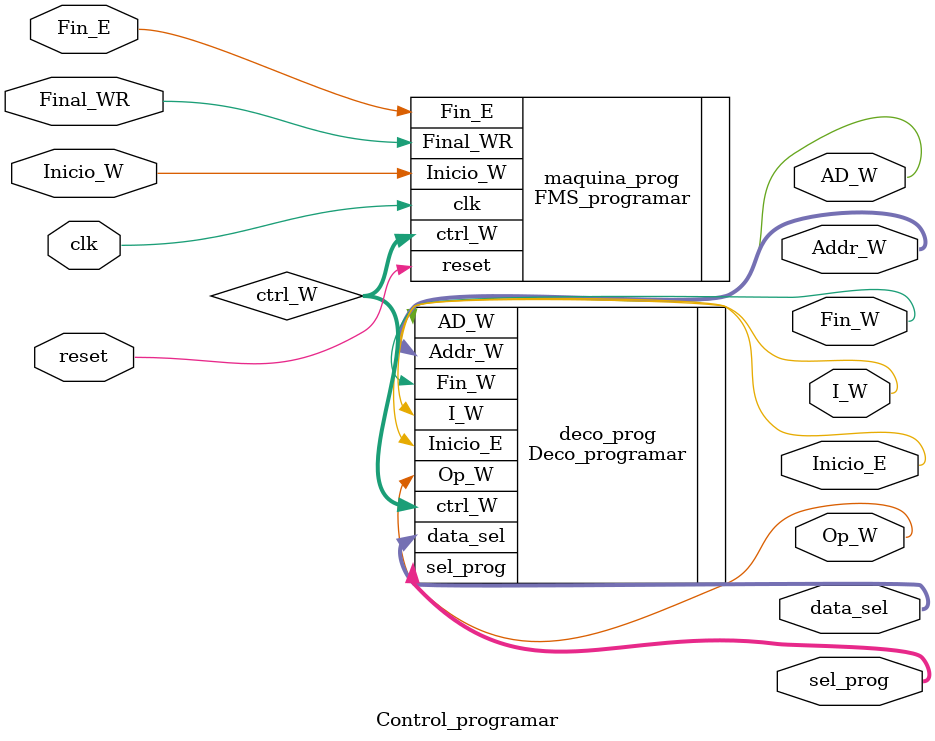
<source format=v>
`timescale 1ns / 1ps
module Control_programar(
	input wire Inicio_W, clk, reset, Final_WR,Fin_E,
	output wire Fin_W,Op_W,I_W,AD_W,Inicio_E,
	output wire [3:0] Addr_W,sel_prog,
	output wire [1:0] data_sel
    );

wire [4:0] ctrl_W;

FMS_programar maquina_prog (
    .Inicio_W(Inicio_W), 
    .clk(clk), 
    .reset(reset), 
    .Final_WR(Final_WR), 
    .Fin_E(Fin_E), 
    .ctrl_W(ctrl_W)
    );
	 
Deco_programar deco_prog (
    .ctrl_W(ctrl_W), 
    .Fin_W(Fin_W), 
    .Op_W(Op_W), 
    .I_W(I_W), 
    .AD_W(AD_W),
	 .Inicio_E(Inicio_E),
    .Addr_W(Addr_W), 
    .sel_prog(sel_prog), 
    .data_sel(data_sel)
    );
	 

endmodule

</source>
